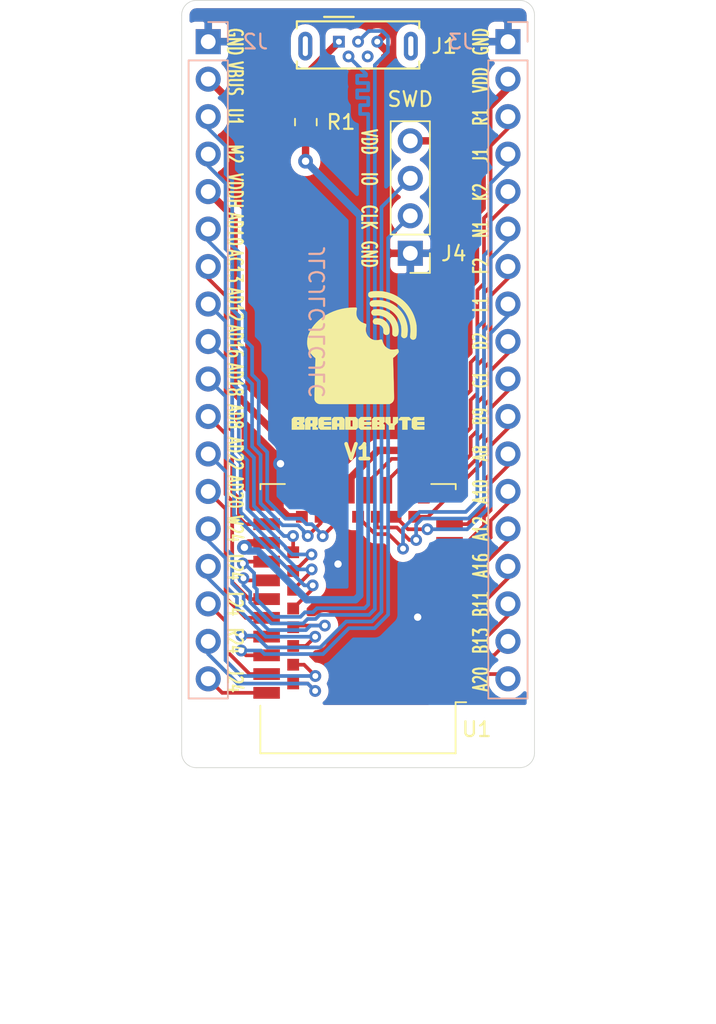
<source format=kicad_pcb>
(kicad_pcb (version 20211014) (generator pcbnew)
  (layers (0 "F.Cu" signal) (31 "B.Cu" signal) (34 "B.Paste" user) (35 "F.Paste" user) (36 "B.SilkS" user "B.Silkscreen") (37 "F.SilkS" user "F.Silkscreen") (38 "B.Mask" user) (39 "F.Mask" user) (44 "Edge.Cuts" user))
  (net 0 "")
  (net 1 "/VBUS")
  (net 2 "/D-")
  (net 3 "/D+")
  (net 4 "Net-(J1-Pad4)")
  (net 5 "GND")
  (net 6 "Net-(J1-Pad6)")
  (net 7 "/J24")
  (net 8 "/R24")
  (net 9 "/L24")
  (net 10 "/U24")
  (net 11 "/W24")
  (net 12 "/AD22")
  (net 13 "/AD20")
  (net 14 "/AD18")
  (net 15 "/AD8")
  (net 16 "/AD16")
  (net 17 "/AD12")
  (net 18 "/AD10")
  (net 19 "/AC13")
  (net 20 "/VDDH")
  (net 21 "/VDD")
  (net 22 "/R1")
  (net 23 "/K2")
  (net 24 "/A20")
  (net 25 "/B13")
  (net 26 "/B11")
  (net 27 "/A16")
  (net 28 "/A12")
  (net 29 "/A10")
  (net 30 "/A8")
  (net 31 "/B9")
  (net 32 "/G1")
  (net 33 "/L1")
  (net 34 "/N1")
  (net 35 "/J1")
  (net 36 "/U1")
  (net 37 "/M2")
  (net 38 "/D2")
  (net 39 "/F2")
  (net 40 "/SWDIO")
  (net 41 "/SWDCLK")
  (net 42 "/VBUS_SAFE")
  (net 43 "Net-(U1-Pad25)")
  (net 44 "Net-(U1-Pad1)")
  (footprint "Resistor_SMD:R_0805_2012Metric" (layer "F.Cu") (at 94.62 110.45 90)
    (fp_text reference "R1")
    (fp_text value "4R7")
  )
  (footprint "breadebyte:E73-2G4M08S1E" (layer "F.Cu") (at 98.16 150)
    (fp_text reference "U1")
    (fp_text value "E73-2G4M08S1E")
  )
  (footprint "breadebyte:USB_Micro-B_HRO_U-D-M5DD-W-1_Vertical" (layer "F.Cu") (at 96.86 105)
    (fp_text reference "J1")
    (fp_text value "USB_B_Micro")
  )
  (footprint "breadebyte:logo" (layer "F.Cu") (at 98.159999 126.6)
    (fp_text reference "Ref**" hide)
    (fp_text value "Val**" hide)
  )
  (footprint "Connector_PinHeader_2.54mm:PinHeader_1x04_P2.54mm_Vertical" (layer "F.Cu") (at 101.7 119.34 180)
    (fp_text reference "J4")
    (fp_text value "SWD")
  )
  (footprint "Connector_PinHeader_2.54mm:PinHeader_1x18_P2.54mm_Vertical" (layer "B.Cu") (at 108.32 105 180)
    (fp_text reference "J3")
    (fp_text value "Conn_Right")
  )
  (footprint "Connector_PinHeader_2.54mm:PinHeader_1x18_P2.54mm_Vertical" (layer "B.Cu") (at 88 105 180)
    (fp_text reference "J2")
    (fp_text value "Conn_Left")
  )
  (gr_line (start 109.12 102.2) (end 87.2 102.2) (layer "Edge.Cuts") (width 0.05))
  (gr_line (start 87.2 154.2) (end 109.12 154.2) (layer "Edge.Cuts") (width 0.05))
  (gr_arc (start 87.2 154.2) (mid 86.492893 153.907107) (end 86.2 153.2) (layer "Edge.Cuts") (width 0.05))
  (gr_line (start 86.2 103.2) (end 86.2 153.2) (layer "Edge.Cuts") (width 0.05))
  (gr_line (start 110.12 153.2) (end 110.12 103.2) (layer "Edge.Cuts") (width 0.05))
  (gr_arc (start 86.2 103.2) (mid 86.492893 102.492893) (end 87.2 102.2) (layer "Edge.Cuts") (width 0.05))
  (gr_arc (start 110.12 153.2) (mid 109.827107 153.907107) (end 109.12 154.2) (layer "Edge.Cuts") (width 0.05))
  (gr_arc (start 109.12 102.2) (mid 109.827107 102.492893) (end 110.12 103.2) (layer "Edge.Cuts") (width 0.05))
  (gr_text "JLCJLCJLCJLC" (at 95.4 124 90) (layer "B.SilkS") (effects (font (size 1 1)) (justify mirror)))
  (gr_text "J24" (at 89.8 148.3 -90) (layer "F.SilkS") (effects (font (size 1 0.6))))
  (gr_text "R24" (at 89.8 145.6 -90) (layer "F.SilkS") (effects (font (size 1 0.6))))
  (gr_text "L24" (at 89.8 143.1 -90) (layer "F.SilkS") (effects (font (size 1 0.6))))
  (gr_text "U24" (at 89.8 140.6 -90) (layer "F.SilkS") (effects (font (size 1 0.6))))
  (gr_text "W24" (at 89.8 138 -90) (layer "F.SilkS") (effects (font (size 1 0.6))))
  (gr_text "AD20" (at 89.8 135.5 -90) (layer "F.SilkS") (effects (font (size 1 0.6))))
  (gr_text "AD22" (at 89.8 132.9 -90) (layer "F.SilkS") (effects (font (size 1 0.6))))
  (gr_text "AD8" (at 89.8 130.4 -90) (layer "F.SilkS") (effects (font (size 1 0.6))))
  (gr_text "AD18" (at 89.8 127.9 -90) (layer "F.SilkS") (effects (font (size 1 0.6))))
  (gr_text "AD16" (at 89.8 125.3 -90) (layer "F.SilkS") (effects (font (size 1 0.6))))
  (gr_text "AD12" (at 89.8 122.8 -90) (layer "F.SilkS") (effects (font (size 1 0.6))))
  (gr_text "AC13" (at 89.8 120.2 -90) (layer "F.SilkS") (effects (font (size 1 0.6))))
  (gr_text "AD10" (at 89.8 117.7 -90) (layer "F.SilkS") (effects (font (size 1 0.6))))
  (gr_text "VDDH" (at 89.8 115.1 -90) (layer "F.SilkS") (effects (font (size 1 0.6))))
  (gr_text "M2" (at 89.8 112.6 -90) (layer "F.SilkS") (effects (font (size 1 0.6))))
  (gr_text "U1" (at 89.8 110.1 -90) (layer "F.SilkS") (effects (font (size 1 0.6))))
  (gr_text "VBUS" (at 89.8 107.5 -90) (layer "F.SilkS") (effects (font (size 1 0.6))))
  (gr_text "GND" (at 89.8 105 -90) (layer "F.SilkS") (effects (font (size 1 0.6))))
  (gr_text "GND" (at 106.5 105 90) (layer "F.SilkS") (effects (font (size 1 0.6))))
  (gr_text "VDD" (at 106.5 107.6 90) (layer "F.SilkS") (effects (font (size 1 0.6))))
  (gr_text "R1" (at 106.5 110.1 90) (layer "F.SilkS") (effects (font (size 1 0.6))))
  (gr_text "J1" (at 106.5 112.7 90) (layer "F.SilkS") (effects (font (size 1 0.6))))
  (gr_text "K2" (at 106.5 115.2 90) (layer "F.SilkS") (effects (font (size 1 0.6))))
  (gr_text "N1" (at 106.5 117.7 90) (layer "F.SilkS") (effects (font (size 1 0.6))))
  (gr_text "F2" (at 106.5 120.2 90) (layer "F.SilkS") (effects (font (size 1 0.6))))
  (gr_text "L1" (at 106.5 122.8 90) (layer "F.SilkS") (effects (font (size 1 0.6))))
  (gr_text "D2" (at 106.5 125.3 90) (layer "F.SilkS") (effects (font (size 1 0.6))))
  (gr_text "G1" (at 106.5 127.9 90) (layer "F.SilkS") (effects (font (size 1 0.6))))
  (gr_text "B9" (at 106.5 130.4 90) (layer "F.SilkS") (effects (font (size 1 0.6))))
  (gr_text "A8" (at 106.5 132.9 90) (layer "F.SilkS") (effects (font (size 1 0.6))))
  (gr_text "A10" (at 106.5 135.5 90) (layer "F.SilkS") (effects (font (size 1 0.6))))
  (gr_text "A12" (at 106.5 138 90) (layer "F.SilkS") (effects (font (size 1 0.6))))
  (gr_text "A16" (at 106.5 140.5 90) (layer "F.SilkS") (effects (font (size 1 0.6))))
  (gr_text "B11" (at 106.5 143.1 90) (layer "F.SilkS") (effects (font (size 1 0.6))))
  (gr_text "B13" (at 106.5 145.6 90) (layer "F.SilkS") (effects (font (size 1 0.6))))
  (gr_text "A20" (at 106.5 148.2 90) (layer "F.SilkS") (effects (font (size 1 0.6))))
  (gr_text "CLK" (at 98.9 116.9 270) (layer "F.SilkS") (effects (font (size 1 0.6))))
  (gr_text "GND" (at 98.9 119.4 270) (layer "F.SilkS") (effects (font (size 1 0.6))))
  (gr_text "VDD" (at 98.9 111.8 270) (layer "F.SilkS") (effects (font (size 1 0.6))))
  (gr_text "IO" (at 98.9 114.3 270) (layer "F.SilkS") (effects (font (size 1 0.6))))
  (gr_text "SWD" (at 101.7 108.9) (layer "F.SilkS") (effects (font (size 1 1))))
  (gr_text "V1" (at 98.16 132.8) (layer "F.SilkS") (effects (font (size 1 1) (thickness 0.25))))
  (segment (start 94.62 109.5375) (end 94.62 107.24) (width 0.5) (layer "F.Cu") (net 1))
  (segment (start 94.62 107.24) (end 96.86 105) (width 0.5) (layer "F.Cu") (net 1))
  (segment (start 91.96 140.237) (end 90.476065 140.237) (width 0.25) (layer "F.Cu") (net 2))
  (segment (start 90.476065 140.237) (end 90.350011 140.363054) (width 0.25) (layer "F.Cu") (net 2))
  (via (at 90.350011 140.363054) (size 0.8) (drill 0.4) (layers "F.Cu" "B.Cu") (net 2))
  (segment (start 95.371786 143.395377) (end 95.096795 143.670368) (width 0.25) (layer "B.Cu") (net 2))
  (segment (start 98.1 107.3) (end 98.7 107.3) (width 0.25) (layer "B.Cu") (net 2))
  (segment (start 98.604623 143.395377) (end 95.371786 143.395377) (width 0.25) (layer "B.Cu") (net 2))
  (segment (start 91.300038 142.805395) (end 91.300038 142.115396) (width 0.25) (layer "B.Cu") (net 2))
  (segment (start 98.1 107.8) (end 98.846729 107.8) (width 0.25) (layer "B.Cu") (net 2))
  (segment (start 94.25222 143.97496) (end 92.469603 143.97496) (width 0.25) (layer "B.Cu") (net 2))
  (segment (start 94.556812 143.670368) (end 94.25222 143.97496) (width 0.25) (layer "B.Cu") (net 2))
  (segment (start 91.112654 141.014346) (end 90.461362 140.363054) (width 0.25) (layer "B.Cu") (net 2))
  (segment (start 98.7 107.19) (end 97.51 106) (width 0.25) (layer "B.Cu") (net 2))
  (segment (start 98.846729 108.3) (end 98.1 108.3) (width 0.25) (layer "B.Cu") (net 2))
  (segment (start 90.461362 140.363054) (end 90.350011 140.363054) (width 0.25) (layer "B.Cu") (net 2))
  (segment (start 91.112654 141.928012) (end 91.112654 141.014346) (width 0.25) (layer "B.Cu") (net 2))
  (segment (start 95.096795 143.670368) (end 94.556812 143.670368) (width 0.25) (layer "B.Cu") (net 2))
  (segment (start 91.300038 142.115396) (end 91.112654 141.928012) (width 0.25) (layer "B.Cu") (net 2))
  (segment (start 98.3 109.9) (end 98.846729 109.9) (width 0.25) (layer "B.Cu") (net 2))
  (segment (start 98.846729 109.3) (end 98.3 109.3) (width 0.25) (layer "B.Cu") (net 2))
  (segment (start 98.1 108.3) (end 98.1 108.8) (width 0.25) (layer "B.Cu") (net 2))
  (segment (start 98.846729 108.8) (end 98.846729 109.3) (width 0.25) (layer "B.Cu") (net 2))
  (segment (start 98.3 109.3) (end 98.3 109.9) (width 0.25) (layer "B.Cu") (net 2))
  (segment (start 98.7 107.3) (end 98.7 107.19) (width 0.25) (layer "B.Cu") (net 2))
  (segment (start 98.846729 143.153271) (end 98.604623 143.395377) (width 0.25) (layer "B.Cu") (net 2))
  (segment (start 98.1 108.8) (end 98.846729 108.8) (width 0.25) (layer "B.Cu") (net 2))
  (segment (start 92.469603 143.97496) (end 91.300038 142.805395) (width 0.25) (layer "B.Cu") (net 2))
  (segment (start 98.846729 107.8) (end 98.846729 108.3) (width 0.25) (layer "B.Cu") (net 2))
  (segment (start 98.1 107.3) (end 98.1 107.8) (width 0.25) (layer "B.Cu") (net 2))
  (segment (start 98.846729 109.9) (end 98.846729 143.153271) (width 0.25) (layer "B.Cu") (net 2))
  (segment (start 90.532306 141.507) (end 90.387653 141.362347) (width 0.25) (layer "F.Cu") (net 3))
  (segment (start 91.96 141.507) (end 90.532306 141.507) (width 0.25) (layer "F.Cu") (net 3))
  (via (at 90.387653 141.362347) (size 0.8) (drill 0.4) (layers "F.Cu" "B.Cu") (net 3))
  (segment (start 92.283203 144.42497) (end 94.43862 144.42497) (width 0.25) (layer "B.Cu") (net 3))
  (segment (start 94.43862 144.42497) (end 94.743212 144.120378) (width 0.25) (layer "B.Cu") (net 3))
  (segment (start 99.296739 143.453261) (end 99.296739 106.586263) (width 0.25) (layer "B.Cu") (net 3))
  (segment (start 90.850028 142.991795) (end 92.283203 144.42497) (width 0.25) (layer "B.Cu") (net 3))
  (segment (start 95.283195 144.120378) (end 95.558186 143.845387) (width 0.25) (layer "B.Cu") (net 3))
  (segment (start 90.387653 141.362347) (end 90.387653 141.839421) (width 0.25) (layer "B.Cu") (net 3))
  (segment (start 90.850028 142.301796) (end 90.850028 142.991795) (width 0.25) (layer "B.Cu") (net 3))
  (segment (start 99.296739 106.586263) (end 100.185001 105.698001) (width 0.25) (layer "B.Cu") (net 3))
  (segment (start 95.558186 143.845387) (end 98.904613 143.845387) (width 0.25) (layer "B.Cu") (net 3))
  (segment (start 94.743212 144.120378) (end 95.283195 144.120378) (width 0.25) (layer "B.Cu") (net 3))
  (segment (start 98.904613 143.845387) (end 99.296739 143.453261) (width 0.25) (layer "B.Cu") (net 3))
  (segment (start 100.185001 104.651999) (end 99.808001 104.274999) (width 0.25) (layer "B.Cu") (net 3))
  (segment (start 100.185001 105.698001) (end 100.185001 104.651999) (width 0.25) (layer "B.Cu") (net 3))
  (segment (start 90.387653 141.839421) (end 90.850028 142.301796) (width 0.25) (layer "B.Cu") (net 3))
  (segment (start 98.885001 104.274999) (end 98.16 105) (width 0.25) (layer "B.Cu") (net 3))
  (segment (start 99.808001 104.274999) (end 98.885001 104.274999) (width 0.25) (layer "B.Cu") (net 3))
  (segment (start 94.35 137.197) (end 93.409998 137.197) (width 0.5) (layer "F.Cu") (net 5))
  (segment (start 93.409998 137.197) (end 92.869999 136.657001) (width 0.5) (layer "F.Cu") (net 5))
  (segment (start 92.869999 136.657001) (end 92.869999 133.630001) (width 0.5) (layer "F.Cu") (net 5))
  (segment (start 92.869999 133.630001) (end 92.9 133.6) (width 0.5) (layer "F.Cu") (net 5))
  (via (at 92.9 133.6) (size 1) (drill 0.5) (layers "F.Cu" "B.Cu") (net 5))
  (via (at 102.2 144) (size 1) (drill 0.5) (layers "F.Cu" "B.Cu") (net 5))
  (via (at 96.8 140.4) (size 1) (drill 0.5) (layers "F.Cu" "B.Cu") (net 5))
  (segment (start 88.947 149.127) (end 88 148.18) (width 0.25) (layer "F.Cu") (net 7))
  (segment (start 91.96 149.127) (end 88.947 149.127) (width 0.25) (layer "F.Cu") (net 7))
  (segment (start 93.76 148.492) (end 94.742 148.492) (width 0.25) (layer "F.Cu") (net 8))
  (segment (start 94.742 148.492) (end 95.25 149) (width 0.25) (layer "F.Cu") (net 8))
  (via (at 95.25 149) (size 0.8) (drill 0.4) (layers "F.Cu" "B.Cu") (net 8))
  (segment (start 88 146.5) (end 88 145.64) (width 0.25) (layer "B.Cu") (net 8))
  (segment (start 95.25 149) (end 94.75 148.5) (width 0.25) (layer "B.Cu") (net 8))
  (segment (start 94.75 148.5) (end 90 148.5) (width 0.25) (layer "B.Cu") (net 8))
  (segment (start 90 148.5) (end 88 146.5) (width 0.25) (layer "B.Cu") (net 8))
  (segment (start 90.81 147.857) (end 89.175001 146.222001) (width 0.25) (layer "F.Cu") (net 9))
  (segment (start 89.175001 144.275001) (end 88 143.1) (width 0.25) (layer "F.Cu") (net 9))
  (segment (start 89.175001 146.222001) (end 89.175001 144.275001) (width 0.25) (layer "F.Cu") (net 9))
  (segment (start 91.96 147.857) (end 90.81 147.857) (width 0.25) (layer "F.Cu") (net 9))
  (segment (start 94.497305 147.222) (end 95.262651 147.987346) (width 0.25) (layer "F.Cu") (net 10))
  (segment (start 94.497305 147.222) (end 93.76 147.222) (width 0.25) (layer "F.Cu") (net 10))
  (via (at 95.262651 147.987346) (size 0.8) (drill 0.4) (layers "F.Cu" "B.Cu") (net 10))
  (segment (start 88 141.360998) (end 88 140.56) (width 0.25) (layer "B.Cu") (net 10))
  (segment (start 90.237346 147.987346) (end 89.175001 146.925001) (width 0.25) (layer "B.Cu") (net 10))
  (segment (start 95.262651 147.987346) (end 90.237346 147.987346) (width 0.25) (layer "B.Cu") (net 10))
  (segment (start 89.175001 142.535999) (end 88 141.360998) (width 0.25) (layer "B.Cu") (net 10))
  (segment (start 89.175001 146.925001) (end 89.175001 142.535999) (width 0.25) (layer "B.Cu") (net 10))
  (segment (start 93.76 145.952) (end 94.62299 145.952) (width 0.25) (layer "F.Cu") (net 11))
  (segment (start 94.62299 145.952) (end 95.25 145.32499) (width 0.25) (layer "F.Cu") (net 11))
  (via (at 95.25 145.32499) (size 0.8) (drill 0.4) (layers "F.Cu" "B.Cu") (net 11))
  (segment (start 91.910403 145.32499) (end 89.95001 143.364597) (width 0.25) (layer "B.Cu") (net 11))
  (segment (start 88 138.820998) (end 88 138.02) (width 0.25) (layer "B.Cu") (net 11))
  (segment (start 89.175001 139.995999) (end 88 138.820998) (width 0.25) (layer "B.Cu") (net 11))
  (segment (start 95.25 145.32499) (end 91.910403 145.32499) (width 0.25) (layer "B.Cu") (net 11))
  (segment (start 89.175001 141.899589) (end 89.175001 139.995999) (width 0.25) (layer "B.Cu") (net 11))
  (segment (start 89.950009 142.674597) (end 89.175001 141.899589) (width 0.25) (layer "B.Cu") (net 11))
  (segment (start 89.95001 143.364597) (end 89.950009 142.674597) (width 0.25) (layer "B.Cu") (net 11))
  (segment (start 93.76 144.682) (end 93.871612 144.570388) (width 0.25) (layer "F.Cu") (net 12))
  (segment (start 93.871612 144.570388) (end 95.906187 144.570388) (width 0.25) (layer "F.Cu") (net 12))
  (via (at 95.906187 144.570388) (size 0.8) (drill 0.4) (layers "F.Cu" "B.Cu") (net 12))
  (segment (start 90.400018 142.488196) (end 89.625011 141.713189) (width 0.25) (layer "B.Cu") (net 12))
  (segment (start 89.25 139.434588) (end 89.25 134.19) (width 0.25) (layer "B.Cu") (net 12))
  (segment (start 95.906187 144.570388) (end 94.929612 144.570388) (width 0.25) (layer "B.Cu") (net 12))
  (segment (start 94.62502 144.87498) (end 92.096803 144.87498) (width 0.25) (layer "B.Cu") (net 12))
  (segment (start 94.929612 144.570388) (end 94.62502 144.87498) (width 0.25) (layer "B.Cu") (net 12))
  (segment (start 89.625011 141.713189) (end 89.62501 139.809598) (width 0.25) (layer "B.Cu") (net 12))
  (segment (start 89.25 134.19) (end 88 132.94) (width 0.25) (layer "B.Cu") (net 12))
  (segment (start 89.62501 139.809598) (end 89.25 139.434588) (width 0.25) (layer "B.Cu") (net 12))
  (segment (start 90.400018 143.178195) (end 90.400018 142.488196) (width 0.25) (layer "B.Cu") (net 12))
  (segment (start 92.096803 144.87498) (end 90.400018 143.178195) (width 0.25) (layer "B.Cu") (net 12))
  (segment (start 90.547 144.047) (end 89.175001 142.675001) (width 0.25) (layer "F.Cu") (net 13))
  (segment (start 91.96 144.047) (end 90.547 144.047) (width 0.25) (layer "F.Cu") (net 13))
  (segment (start 89.175001 142.675001) (end 89.175001 136.655001) (width 0.25) (layer "F.Cu") (net 13))
  (segment (start 89.175001 136.655001) (end 88 135.48) (width 0.25) (layer "F.Cu") (net 13))
  (segment (start 93.76 143.412) (end 95.082286 142.089714) (width 0.25) (layer "F.Cu") (net 14))
  (segment (start 95.082286 142.089714) (end 95.082286 141.845019) (width 0.25) (layer "F.Cu") (net 14))
  (via (at 95.082286 141.845019) (size 0.8) (drill 0.4) (layers "F.Cu" "B.Cu") (net 14))
  (segment (start 94.516601 141.845019) (end 89.75 137.078418) (width 0.25) (layer "B.Cu") (net 14))
  (segment (start 95.082286 141.845019) (end 94.516601 141.845019) (width 0.25) (layer "B.Cu") (net 14))
  (segment (start 89.175001 129.035001) (end 88 127.86) (width 0.25) (layer "B.Cu") (net 14))
  (segment (start 89.175001 133.175001) (end 89.175001 129.035001) (width 0.25) (layer "B.Cu") (net 14))
  (segment (start 89.75 133.75) (end 89.175001 133.175001) (width 0.25) (layer "B.Cu") (net 14))
  (segment (start 89.75 137.078418) (end 89.75 133.75) (width 0.25) (layer "B.Cu") (net 14))
  (segment (start 90.777 142.777) (end 89.625011 141.625011) (width 0.25) (layer "F.Cu") (net 15))
  (segment (start 89.175001 135.675001) (end 89.175001 131.575001) (width 0.25) (layer "F.Cu") (net 15))
  (segment (start 89.625011 141.625011) (end 89.625011 136.125011) (width 0.25) (layer "F.Cu") (net 15))
  (segment (start 89.625011 136.125011) (end 89.175001 135.675001) (width 0.25) (layer "F.Cu") (net 15))
  (segment (start 89.175001 131.575001) (end 88 130.4) (width 0.25) (layer "F.Cu") (net 15))
  (segment (start 91.96 142.777) (end 90.777 142.777) (width 0.25) (layer "F.Cu") (net 15))
  (segment (start 93.76 142.142) (end 95.012653 140.889347) (width 0.25) (layer "F.Cu") (net 16))
  (segment (start 95.012653 140.889347) (end 95.012653 140.762653) (width 0.25) (layer "F.Cu") (net 16))
  (via (at 95.012653 140.762653) (size 0.8) (drill 0.4) (layers "F.Cu" "B.Cu") (net 16))
  (segment (start 89.62501 128.8486) (end 89.175001 128.398591) (width 0.25) (layer "B.Cu") (net 16))
  (segment (start 90.20001 133.5636) (end 89.625011 132.988601) (width 0.25) (layer "B.Cu") (net 16))
  (segment (start 89.175001 128.398591) (end 89.175001 126.495001) (width 0.25) (layer "B.Cu") (net 16))
  (segment (start 90.20001 136.892018) (end 90.20001 133.5636) (width 0.25) (layer "B.Cu") (net 16))
  (segment (start 94.070645 140.762653) (end 90.20001 136.892018) (width 0.25) (layer "B.Cu") (net 16))
  (segment (start 95.012653 140.762653) (end 94.070645 140.762653) (width 0.25) (layer "B.Cu") (net 16))
  (segment (start 89.175001 126.495001) (end 88 125.32) (width 0.25) (layer "B.Cu") (net 16))
  (segment (start 89.625011 132.988601) (end 89.62501 128.8486) (width 0.25) (layer "B.Cu") (net 16))
  (segment (start 93.76 140.872) (end 93.878 140.872) (width 0.25) (layer "F.Cu") (net 17))
  (segment (start 93.878 140.872) (end 95 139.75) (width 0.25) (layer "F.Cu") (net 17))
  (via (at 95 139.75) (size 0.8) (drill 0.4) (layers "F.Cu" "B.Cu") (net 17))
  (segment (start 90.075019 132.802199) (end 90.075019 128.575019) (width 0.25) (layer "B.Cu") (net 17))
  (segment (start 89.175001 123.955001) (end 88 122.78) (width 0.25) (layer "B.Cu") (net 17))
  (segment (start 93.25 139.305598) (end 93.25 139.25) (width 0.25) (layer "B.Cu") (net 17))
  (segment (start 93.694402 139.75) (end 93.25 139.305598) (width 0.25) (layer "B.Cu") (net 17))
  (segment (start 89.625011 128.125011) (end 89.62501 126.3086) (width 0.25) (layer "B.Cu") (net 17))
  (segment (start 90.650019 133.377199) (end 90.075019 132.802199) (width 0.25) (layer "B.Cu") (net 17))
  (segment (start 95 139.75) (end 93.694402 139.75) (width 0.25) (layer "B.Cu") (net 17))
  (segment (start 90.65002 136.65002) (end 90.650019 133.377199) (width 0.25) (layer "B.Cu") (net 17))
  (segment (start 89.175001 125.858591) (end 89.175001 123.955001) (width 0.25) (layer "B.Cu") (net 17))
  (segment (start 93.25 139.25) (end 90.65002 136.65002) (width 0.25) (layer "B.Cu") (net 17))
  (segment (start 90.075019 128.575019) (end 89.625011 128.125011) (width 0.25) (layer "B.Cu") (net 17))
  (segment (start 89.62501 126.3086) (end 89.175001 125.858591) (width 0.25) (layer "B.Cu") (net 17))
  (segment (start 93.76 139.602) (end 93.76 138.51) (width 0.25) (layer "F.Cu") (net 18))
  (segment (start 93.76 138.51) (end 93.75 138.5) (width 0.25) (layer "F.Cu") (net 18))
  (via (at 93.75 138.5) (size 0.8) (drill 0.4) (layers "F.Cu" "B.Cu") (net 18))
  (segment (start 91.100028 133.190798) (end 90.525029 132.615799) (width 0.25) (layer "B.Cu") (net 18))
  (segment (start 93.75 138.5) (end 93.13641 138.5) (width 0.25) (layer "B.Cu") (net 18))
  (segment (start 90.525028 128.388618) (end 90.075019 127.938609) (width 0.25) (layer "B.Cu") (net 18))
  (segment (start 93.13641 138.5) (end 91.100028 136.463618) (width 0.25) (layer "B.Cu") (net 18))
  (segment (start 89.625011 125.625011) (end 89.62501 123.7686) (width 0.25) (layer "B.Cu") (net 18))
  (segment (start 88 118.500998) (end 88 117.7) (width 0.25) (layer "B.Cu") (net 18))
  (segment (start 90.525029 132.615799) (end 90.525028 128.388618) (width 0.25) (layer "B.Cu") (net 18))
  (segment (start 89.175001 123.318591) (end 89.175001 119.675999) (width 0.25) (layer "B.Cu") (net 18))
  (segment (start 90.075019 126.075019) (end 89.625011 125.625011) (width 0.25) (layer "B.Cu") (net 18))
  (segment (start 89.175001 119.675999) (end 88 118.500998) (width 0.25) (layer "B.Cu") (net 18))
  (segment (start 89.62501 123.7686) (end 89.175001 123.318591) (width 0.25) (layer "B.Cu") (net 18))
  (segment (start 90.075019 127.938609) (end 90.075019 126.075019) (width 0.25) (layer "B.Cu") (net 18))
  (segment (start 91.100028 136.463618) (end 91.100028 133.190798) (width 0.25) (layer "B.Cu") (net 18))
  (segment (start 88 121.040998) (end 88 120.24) (width 0.25) (layer "F.Cu") (net 19))
  (segment (start 89.625011 135.488601) (end 89.625011 131.375011) (width 0.25) (layer "F.Cu") (net 19))
  (segment (start 89.625011 131.375011) (end 89.175001 130.925001) (width 0.25) (layer "F.Cu") (net 19))
  (segment (start 89.175001 122.215999) (end 88 121.040998) (width 0.25) (layer "F.Cu") (net 19))
  (segment (start 89.175001 130.925001) (end 89.175001 122.215999) (width 0.25) (layer "F.Cu") (net 19))
  (segment (start 90.522021 137.697) (end 90.075021 137.25) (width 0.25) (layer "F.Cu") (net 19))
  (segment (start 91.96 137.697) (end 90.522021 137.697) (width 0.25) (layer "F.Cu") (net 19))
  (segment (start 90.075021 137.25) (end 90.07502 135.93861) (width 0.25) (layer "F.Cu") (net 19))
  (segment (start 90.07502 135.93861) (end 89.625011 135.488601) (width 0.25) (layer "F.Cu") (net 19))
  (segment (start 94.99 135.397) (end 94.99 133.997) (width 0.5) (layer "F.Cu") (net 20))
  (segment (start 94.99 133.997) (end 89.750011 128.757011) (width 0.5) (layer "F.Cu") (net 20))
  (segment (start 89.750011 116.910011) (end 88 115.16) (width 0.5) (layer "F.Cu") (net 20))
  (segment (start 89.750011 123.049989) (end 89.750011 116.910011) (width 0.5) (layer "F.Cu") (net 20))
  (segment (start 89.750011 128.757011) (end 89.750011 123.049989) (width 0.5) (layer "F.Cu") (net 20))
  (segment (start 107.019999 109.455999) (end 108.32 108.155998) (width 0.5) (layer "F.Cu") (net 21))
  (segment (start 105.669973 121.605019) (end 106.11998 121.155012) (width 0.5) (layer "F.Cu") (net 21))
  (segment (start 104.319946 131.205818) (end 104.769953 130.755811) (width 0.5) (layer "F.Cu") (net 21))
  (segment (start 108.32 108.155998) (end 108.32 107.54) (width 0.5) (layer "F.Cu") (net 21))
  (segment (start 105.219963 126.494031) (end 105.669971 126.044023) (width 0.5) (layer "F.Cu") (net 21))
  (segment (start 106.472166 111.72) (end 106.569989 111.817823) (width 0.5) (layer "F.Cu") (net 21))
  (segment (start 105.219961 128.402211) (end 105.219963 126.494031) (width 0.5) (layer "F.Cu") (net 21))
  (segment (start 104.769955 128.852217) (end 105.219961 128.402211) (width 0.5) (layer "F.Cu") (net 21))
  (segment (start 101.7 111.72) (end 106.472166 111.72) (width 0.5) (layer "F.Cu") (net 21))
  (segment (start 106.119982 116.71142) (end 106.569989 116.261413) (width 0.5) (layer "F.Cu") (net 21))
  (segment (start 97.53 135.397) (end 97.53 134.67) (width 0.5) (layer "F.Cu") (net 21))
  (segment (start 97.53 134.67) (end 99.503031 132.696969) (width 0.5) (layer "F.Cu") (net 21))
  (segment (start 104.017025 132.696969) (end 104.319944 132.39405) (width 0.5) (layer "F.Cu") (net 21))
  (segment (start 106.569989 111.817823) (end 107.019999 111.367813) (width 0.5) (layer "F.Cu") (net 21))
  (segment (start 99.503031 132.696969) (end 104.017025 132.696969) (width 0.5) (layer "F.Cu") (net 21))
  (segment (start 106.569989 116.261413) (end 106.569989 111.817823) (width 0.5) (layer "F.Cu") (net 21))
  (segment (start 106.11998 121.155012) (end 106.119982 116.71142) (width 0.5) (layer "F.Cu") (net 21))
  (segment (start 107.019999 111.367813) (end 107.019999 109.455999) (width 0.5) (layer "F.Cu") (net 21))
  (segment (start 105.669971 126.044023) (end 105.669973 121.605019) (width 0.5) (layer "F.Cu") (net 21))
  (segment (start 104.769953 130.755811) (end 104.769955 128.852217) (width 0.5) (layer "F.Cu") (net 21))
  (segment (start 104.319944 132.39405) (end 104.319946 131.205818) (width 0.5) (layer "F.Cu") (net 21))
  (segment (start 104.255201 133.271979) (end 104.894953 132.632227) (width 0.25) (layer "F.Cu") (net 22))
  (segment (start 105.79497 128.640388) (end 105.794971 126.732209) (width 0.25) (layer "F.Cu") (net 22))
  (segment (start 104.894953 132.632227) (end 104.894954 131.443996) (width 0.25) (layer "F.Cu") (net 22))
  (segment (start 105.344962 130.993988) (end 105.344963 129.090395) (width 0.25) (layer "F.Cu") (net 22))
  (segment (start 106.244981 121.843197) (end 106.694989 121.393189) (width 0.25) (layer "F.Cu") (net 22))
  (segment (start 105.794971 126.732209) (end 106.24498 126.2822) (width 0.25) (layer "F.Cu") (net 22))
  (segment (start 98.8 134.9) (end 100.428021 133.271979) (width 0.25) (layer "F.Cu") (net 22))
  (segment (start 106.694989 121.393189) (end 106.69499 116.949598) (width 0.25) (layer "F.Cu") (net 22))
  (segment (start 98.8 135.397) (end 98.8 134.9) (width 0.25) (layer "F.Cu") (net 22))
  (segment (start 100.428021 133.271979) (end 104.255201 133.271979) (width 0.25) (layer "F.Cu") (net 22))
  (segment (start 106.69499 116.949598) (end 107.144999 116.499589) (width 0.25) (layer "F.Cu") (net 22))
  (segment (start 104.894954 131.443996) (end 105.344962 130.993988) (width 0.25) (layer "F.Cu") (net 22))
  (segment (start 107.144999 112.055999) (end 108.32 110.880998) (width 0.25) (layer "F.Cu") (net 22))
  (segment (start 105.344963 129.090395) (end 105.79497 128.640388) (width 0.25) (layer "F.Cu") (net 22))
  (segment (start 106.24498 126.2822) (end 106.244981 121.843197) (width 0.25) (layer "F.Cu") (net 22))
  (segment (start 107.144999 116.499589) (end 107.144999 112.055999) (width 0.25) (layer "F.Cu") (net 22))
  (segment (start 108.32 110.880998) (end 108.32 110.08) (width 0.25) (layer "F.Cu") (net 22))
  (segment (start 104.441601 133.721989) (end 105.344962 132.818628) (width 0.25) (layer "F.Cu") (net 23))
  (segment (start 100.07 135.397) (end 100.07 134.83) (width 0.25) (layer "F.Cu") (net 23))
  (segment (start 105.344963 131.630397) (end 105.794971 131.180389) (width 0.25) (layer "F.Cu") (net 23))
  (segment (start 106.694989 126.468601) (end 106.69499 122.029598) (width 0.25) (layer "F.Cu") (net 23))
  (segment (start 105.344962 132.818628) (end 105.344963 131.630397) (width 0.25) (layer "F.Cu") (net 23))
  (segment (start 108.32 115.960998) (end 108.32 115.16) (width 0.25) (layer "F.Cu") (net 23))
  (segment (start 100.07 134.83) (end 101.178011 133.721989) (width 0.25) (layer "F.Cu") (net 23))
  (segment (start 106.244979 128.826789) (end 106.24498 126.91861) (width 0.25) (layer "F.Cu") (net 23))
  (segment (start 107.144999 121.579589) (end 107.144999 117.135999) (width 0.25) (layer "F.Cu") (net 23))
  (segment (start 105.794972 129.276796) (end 106.244979 128.826789) (width 0.25) (layer "F.Cu") (net 23))
  (segment (start 101.178011 133.721989) (end 104.441601 133.721989) (width 0.25) (layer "F.Cu") (net 23))
  (segment (start 106.24498 126.91861) (end 106.694989 126.468601) (width 0.25) (layer "F.Cu") (net 23))
  (segment (start 107.144999 117.135999) (end 108.32 115.960998) (width 0.25) (layer "F.Cu") (net 23))
  (segment (start 106.69499 122.029598) (end 107.144999 121.579589) (width 0.25) (layer "F.Cu") (net 23))
  (segment (start 105.794971 131.180389) (end 105.794972 129.276796) (width 0.25) (layer "F.Cu") (net 23))
  (segment (start 104.36 147.857) (end 107.997 147.857) (width 0.25) (layer "F.Cu") (net 24))
  (segment (start 107.997 147.857) (end 108.32 148.18) (width 0.25) (layer "F.Cu") (net 24))
  (segment (start 107.373 146.587) (end 108.32 145.64) (width 0.25) (layer "F.Cu") (net 25))
  (segment (start 104.36 146.587) (end 107.373 146.587) (width 0.25) (layer "F.Cu") (net 25))
  (segment (start 106.903998 145.317) (end 108.32 143.900998) (width 0.25) (layer "F.Cu") (net 26))
  (segment (start 104.36 145.317) (end 106.903998 145.317) (width 0.25) (layer "F.Cu") (net 26))
  (segment (start 108.32 143.900998) (end 108.32 143.1) (width 0.25) (layer "F.Cu") (net 26))
  (segment (start 106.903998 142.777) (end 108.32 141.360998) (width 0.25) (layer "F.Cu") (net 27))
  (segment (start 104.36 142.777) (end 106.903998 142.777) (width 0.25) (layer "F.Cu") (net 27))
  (segment (start 108.32 141.360998) (end 108.32 140.56) (width 0.25) (layer "F.Cu") (net 27))
  (segment (start 104.36 141.507) (end 105.633998 141.507) (width 0.25) (layer "F.Cu") (net 28))
  (segment (start 108.32 138.820998) (end 108.32 138.02) (width 0.25) (layer "F.Cu") (net 28))
  (segment (start 105.633998 141.507) (end 108.32 138.820998) (width 0.25) (layer "F.Cu") (net 28))
  (segment (start 108.32 136.280998) (end 108.32 135.48) (width 0.25) (layer "F.Cu") (net 29))
  (segment (start 105.51 140.237) (end 107.153999 138.593001) (width 0.25) (layer "F.Cu") (net 29))
  (segment (start 107.144999 138.584001) (end 107.144999 137.455999) (width 0.25) (layer "F.Cu") (net 29))
  (segment (start 104.36 140.237) (end 105.51 140.237) (width 0.25) (layer "F.Cu") (net 29))
  (segment (start 107.144999 137.455999) (end 108.32 136.280998) (width 0.25) (layer "F.Cu") (net 29))
  (segment (start 107.153999 138.593001) (end 107.144999 138.584001) (width 0.25) (layer "F.Cu") (net 29))
  (segment (start 106.694989 137.782011) (end 106.694989 137.205011) (width 0.25) (layer "F.Cu") (net 30))
  (segment (start 107.144999 136.755001) (end 107.144999 134.915999) (width 0.25) (layer "F.Cu") (net 30))
  (segment (start 105.51 138.967) (end 106.694989 137.782011) (width 0.25) (layer "F.Cu") (net 30))
  (segment (start 108.32 133.740998) (end 108.32 132.94) (width 0.25) (layer "F.Cu") (net 30))
  (segment (start 104.36 138.967) (end 105.51 138.967) (width 0.25) (layer "F.Cu") (net 30))
  (segment (start 107.144999 134.915999) (end 108.32 133.740998) (width 0.25) (layer "F.Cu") (net 30))
  (segment (start 106.694989 137.205011) (end 107.144999 136.755001) (width 0.25) (layer "F.Cu") (net 30))
  (segment (start 104.36 137.697) (end 105.56659 137.697) (width 0.25) (layer "F.Cu") (net 31))
  (segment (start 107.144999 132.375999) (end 108.32 131.200998) (width 0.25) (layer "F.Cu") (net 31))
  (segment (start 106.694989 136.568601) (end 106.69499 134.729598) (width 0.25) (layer "F.Cu") (net 31))
  (segment (start 106.69499 134.729598) (end 107.144999 134.279589) (width 0.25) (layer "F.Cu") (net 31))
  (segment (start 107.144999 134.279589) (end 107.144999 132.375999) (width 0.25) (layer "F.Cu") (net 31))
  (segment (start 105.56659 137.697) (end 106.694989 136.568601) (width 0.25) (layer "F.Cu") (net 31))
  (segment (start 108.32 131.200998) (end 108.32 130.4) (width 0.25) (layer "F.Cu") (net 31))
  (segment (start 101.97 137.197) (end 102.903 137.197) (width 0.25) (layer "F.Cu") (net 32))
  (segment (start 107.144999 129.835999) (end 108.32 128.660998) (width 0.25) (layer "F.Cu") (net 32))
  (segment (start 102.903 137.197) (end 106.694989 133.405011) (width 0.25) (layer "F.Cu") (net 32))
  (segment (start 108.32 128.660998) (end 108.32 127.86) (width 0.25) (layer "F.Cu") (net 32))
  (segment (start 107.144999 131.739589) (end 107.144999 129.835999) (width 0.25) (layer "F.Cu") (net 32))
  (segment (start 106.694989 133.405011) (end 106.69499 132.189598) (width 0.25) (layer "F.Cu") (net 32))
  (segment (start 106.69499 132.189598) (end 107.144999 131.739589) (width 0.25) (layer "F.Cu") (net 32))
  (segment (start 101.545681 138.042681) (end 102.859998 138.042681) (width 0.25) (layer "F.Cu") (net 33))
  (segment (start 100.7 137.197) (end 101.545681 138.042681) (width 0.25) (layer "F.Cu") (net 33))
  (via (at 102.859998 138.042681) (size 0.8) (drill 0.4) (layers "F.Cu" "B.Cu") (net 33))
  (segment (start 105.557319 138.042681) (end 107.144999 136.455001) (width 0.25) (layer "B.Cu") (net 33))
  (segment (start 102.859998 138.042681) (end 105.557319 138.042681) (width 0.25) (layer "B.Cu") (net 33))
  (segment (start 107.144999 136.455001) (end 107.144999 124.755999) (width 0.25) (layer "B.Cu") (net 33))
  (segment (start 107.144999 124.755999) (end 108.32 123.580998) (width 0.25) (layer "B.Cu") (net 33))
  (segment (start 108.32 123.580998) (end 108.32 122.78) (width 0.25) (layer "B.Cu") (net 33))
  (segment (start 99.505001 137.922001) (end 100.788591 137.922001) (width 0.25) (layer "F.Cu") (net 34))
  (segment (start 100.788591 137.922001) (end 101.634271 138.767681) (width 0.25) (layer "F.Cu") (net 34))
  (segment (start 99.43 137.197) (end 99.43 137.847) (width 0.25) (layer "F.Cu") (net 34))
  (segment (start 99.43 137.847) (end 99.505001 137.922001) (width 0.25) (layer "F.Cu") (net 34))
  (segment (start 101.634271 138.767681) (end 102.095959 138.767681) (width 0.25) (layer "F.Cu") (net 34))
  (via (at 102.095959 138.767681) (size 0.8) (drill 0.4) (layers "F.Cu" "B.Cu") (net 34))
  (segment (start 107.144999 124.119589) (end 107.144999 119.675999) (width 0.25) (layer "B.Cu") (net 34))
  (segment (start 106.694989 136.268601) (end 106.69499 124.569598) (width 0.25) (layer "B.Cu") (net 34))
  (segment (start 102.095959 137.733718) (end 102.511997 137.31768) (width 0.25) (layer "B.Cu") (net 34))
  (segment (start 102.095959 138.767681) (end 102.095959 137.733718) (width 0.25) (layer "B.Cu") (net 34))
  (segment (start 107.144999 119.675999) (end 108.32 118.500998) (width 0.25) (layer "B.Cu") (net 34))
  (segment (start 106.69499 124.569598) (end 107.144999 124.119589) (width 0.25) (layer "B.Cu") (net 34))
  (segment (start 102.511997 137.31768) (end 105.64591 137.31768) (width 0.25) (layer "B.Cu") (net 34))
  (segment (start 108.32 118.500998) (end 108.32 117.7) (width 0.25) (layer "B.Cu") (net 34))
  (segment (start 105.64591 137.31768) (end 106.694989 136.268601) (width 0.25) (layer "B.Cu") (net 34))
  (segment (start 99.318601 138.372011) (end 100.225722 138.372011) (width 0.25) (layer "F.Cu") (net 35))
  (segment (start 98.16 137.197) (end 98.16 137.21341) (width 0.25) (layer "F.Cu") (net 35))
  (segment (start 100.225722 138.372011) (end 101.207403 139.353692) (width 0.25) (layer "F.Cu") (net 35))
  (segment (start 98.16 137.21341) (end 99.318601 138.372011) (width 0.25) (layer "F.Cu") (net 35))
  (via (at 101.207403 139.353692) (size 0.8) (drill 0.4) (layers "F.Cu" "B.Cu") (net 35))
  (segment (start 106.24498 136.0822) (end 106.244981 124.383197) (width 0.25) (layer "B.Cu") (net 35))
  (segment (start 107.144999 114.595999) (end 108.32 113.420998) (width 0.25) (layer "B.Cu") (net 35))
  (segment (start 106.69499 119.489598) (end 107.144999 119.039589) (width 0.25) (layer "B.Cu") (net 35))
  (segment (start 105.45951 136.86767) (end 106.24498 136.0822) (width 0.25) (layer "B.Cu") (net 35))
  (segment (start 101.207403 139.353692) (end 101.207403 137.985864) (width 0.25) (layer "B.Cu") (net 35))
  (segment (start 107.144999 119.039589) (end 107.144999 114.595999) (width 0.25) (layer "B.Cu") (net 35))
  (segment (start 106.244981 124.383197) (end 106.694989 123.933189) (width 0.25) (layer "B.Cu") (net 35))
  (segment (start 102.325597 136.86767) (end 105.45951 136.86767) (width 0.25) (layer "B.Cu") (net 35))
  (segment (start 106.694989 123.933189) (end 106.69499 119.489598) (width 0.25) (layer "B.Cu") (net 35))
  (segment (start 108.32 113.420998) (end 108.32 112.62) (width 0.25) (layer "B.Cu") (net 35))
  (segment (start 101.207403 137.985864) (end 102.325597 136.86767) (width 0.25) (layer "B.Cu") (net 35))
  (segment (start 96.89 137.197) (end 96.89 137.385306) (width 0.25) (layer "F.Cu") (net 36))
  (segment (start 96.89 137.385306) (end 95.762653 138.512653) (width 0.25) (layer "F.Cu") (net 36))
  (via (at 95.762653 138.512653) (size 0.8) (drill 0.4) (layers "F.Cu" "B.Cu") (net 36))
  (segment (start 89.175001 112.055999) (end 88 110.880998) (width 0.25) (layer "B.Cu") (net 36))
  (segment (start 89.625011 118.825011) (end 89.62501 114.409598) (width 0.25) (layer "B.Cu") (net 36))
  (segment (start 89.62501 114.409598) (end 89.175001 113.959589) (width 0.25) (layer "B.Cu") (net 36))
  (segment (start 90.075019 119.275019) (end 89.625011 118.825011) (width 0.25) (layer "B.Cu") (net 36))
  (segment (start 93.234219 137.324989) (end 92.000046 136.090816) (width 0.25) (layer "B.Cu") (net 36))
  (segment (start 90.525028 123.395798) (end 90.075019 122.945789) (width 0.25) (layer "B.Cu") (net 36))
  (segment (start 95.762653 138.512653) (end 95.762653 138.310558) (width 0.25) (layer "B.Cu") (net 36))
  (segment (start 90.975037 127.565807) (end 90.975037 125.702217) (width 0.25) (layer "B.Cu") (net 36))
  (segment (start 89.175001 113.959589) (end 89.175001 112.055999) (width 0.25) (layer "B.Cu") (net 36))
  (segment (start 91.425046 128.015816) (end 90.975037 127.565807) (width 0.25) (layer "B.Cu") (net 36))
  (segment (start 91.425047 132.242997) (end 91.425046 128.015816) (width 0.25) (layer "B.Cu") (net 36))
  (segment (start 92.000046 136.090816) (end 92.000046 132.817996) (width 0.25) (layer "B.Cu") (net 36))
  (segment (start 90.075019 122.945789) (end 90.075019 119.275019) (width 0.25) (layer "B.Cu") (net 36))
  (segment (start 95.762653 138.512653) (end 95.762653 138.439651) (width 0.25) (layer "B.Cu") (net 36))
  (segment (start 92.000046 132.817996) (end 91.425047 132.242997) (width 0.25) (layer "B.Cu") (net 36))
  (segment (start 95.762653 138.439651) (end 95.023002 137.7) (width 0.25) (layer "B.Cu") (net 36))
  (segment (start 88 110.880998) (end 88 110.08) (width 0.25) (layer "B.Cu") (net 36))
  (segment (start 94.659412 137.7) (end 94.284401 137.324989) (width 0.25) (layer "B.Cu") (net 36))
  (segment (start 90.975037 125.702217) (end 90.525029 125.252209) (width 0.25) (layer "B.Cu") (net 36))
  (segment (start 94.284401 137.324989) (end 93.234219 137.324989) (width 0.25) (layer "B.Cu") (net 36))
  (segment (start 95.023002 137.7) (end 94.659412 137.7) (width 0.25) (layer "B.Cu") (net 36))
  (segment (start 90.525029 125.252209) (end 90.525028 123.395798) (width 0.25) (layer "B.Cu") (net 36))
  (segment (start 95.62 137.197) (end 95.62 137.63) (width 0.25) (layer "F.Cu") (net 37))
  (segment (start 95.62 137.63) (end 94.75 138.5) (width 0.25) (layer "F.Cu") (net 37))
  (via (at 94.75 138.5) (size 0.8) (drill 0.4) (layers "F.Cu" "B.Cu") (net 37))
  (segment (start 90.075019 125.438609) (end 90.075019 123.582199) (width 0.25) (layer "B.Cu") (net 37))
  (segment (start 94.475001 138.275001) (end 94.475001 138.151999) (width 0.25) (layer "B.Cu") (net 37))
  (segment (start 90.525028 125.888618) (end 90.075019 125.438609) (width 0.25) (layer "B.Cu") (net 37))
  (segment (start 91.550038 136.277218) (end 91.550037 133.004397) (width 0.25) (layer "B.Cu") (net 37))
  (segment (start 88 113.420998) (end 88 112.62) (width 0.25) (layer "B.Cu") (net 37))
  (segment (start 90.975037 132.429397) (end 90.975037 128.202217) (width 0.25) (layer "B.Cu") (net 37))
  (segment (start 94.475001 138.151999) (end 94.098001 137.774999) (width 0.25) (layer "B.Cu") (net 37))
  (segment (start 89.625011 123.132191) (end 89.62501 119.489598) (width 0.25) (layer "B.Cu") (net 37))
  (segment (start 93.047819 137.774999) (end 91.550038 136.277218) (width 0.25) (layer "B.Cu") (net 37))
  (segment (start 94.7 138.5) (end 94.475001 138.275001) (width 0.25) (layer "B.Cu") (net 37))
  (segment (start 90.075019 123.582199) (end 89.625011 123.132191) (width 0.25) (layer "B.Cu") (net 37))
  (segment (start 90.975037 128.202217) (end 90.525029 127.752209) (width 0.25) (layer "B.Cu") (net 37))
  (segment (start 90.525029 127.752209) (end 90.525028 125.888618) (width 0.25) (layer "B.Cu") (net 37))
  (segment (start 89.62501 119.489598) (end 89.175001 119.039589) (width 0.25) (layer "B.Cu") (net 37))
  (segment (start 94.098001 137.774999) (end 93.047819 137.774999) (width 0.25) (layer "B.Cu") (net 37))
  (segment (start 89.175001 119.039589) (end 89.175001 114.595999) (width 0.25) (layer "B.Cu") (net 37))
  (segment (start 94.75 138.5) (end 94.7 138.5) (width 0.25) (layer "B.Cu") (net 37))
  (segment (start 89.175001 114.595999) (end 88 113.420998) (width 0.25) (layer "B.Cu") (net 37))
  (segment (start 91.550037 133.004397) (end 90.975037 132.429397) (width 0.25) (layer "B.Cu") (net 37))
  (segment (start 107.144999 127.295999) (end 108.32 126.120998) (width 0.25) (layer "F.Cu") (net 38))
  (segment (start 106.24498 133.21861) (end 106.244981 132.003197) (width 0.25) (layer "F.Cu") (net 38))
  (segment (start 106.69499 129.649598) (end 107.144999 129.199589) (width 0.25) (layer "F.Cu") (net 38))
  (segment (start 108.32 126.120998) (end 108.32 125.32) (width 0.25) (layer "F.Cu") (net 38))
  (segment (start 107.144999 129.199589) (end 107.144999 127.295999) (width 0.25) (layer "F.Cu") (net 38))
  (segment (start 102.61 135.397) (end 104.06659 135.397) (width 0.25) (layer "F.Cu") (net 38))
  (segment (start 106.244981 132.003197) (end 106.694989 131.553189) (width 0.25) (layer "F.Cu") (net 38))
  (segment (start 106.694989 131.553189) (end 106.69499 129.649598) (width 0.25) (layer "F.Cu") (net 38))
  (segment (start 104.06659 135.397) (end 106.24498 133.21861) (width 0.25) (layer "F.Cu") (net 38))
  (segment (start 106.24498 131.36679) (end 106.244981 129.463197) (width 0.25) (layer "F.Cu") (net 39))
  (segment (start 101.34 135.397) (end 101.34 134.781998) (width 0.25) (layer "F.Cu") (net 39))
  (segment (start 104.628001 134.171999) (end 105.794971 133.005029) (width 0.25) (layer "F.Cu") (net 39))
  (segment (start 106.244981 129.463197) (end 106.694989 129.013189) (width 0.25) (layer "F.Cu") (net 39))
  (segment (start 106.694989 129.013189) (end 106.694989 127.105011) (width 0.25) (layer "F.Cu") (net 39))
  (segment (start 101.34 134.781998) (end 101.949999 134.171999) (width 0.25) (layer "F.Cu") (net 39))
  (segment (start 107.144999 126.655001) (end 107.144999 122.215999) (width 0.25) (layer "F.Cu") (net 39))
  (segment (start 101.949999 134.171999) (end 104.628001 134.171999) (width 0.25) (layer "F.Cu") (net 39))
  (segment (start 105.794971 133.005029) (end 105.794972 131.816798) (width 0.25) (layer "F.Cu") (net 39))
  (segment (start 105.794972 131.816798) (end 106.24498 131.36679) (width 0.25) (layer "F.Cu") (net 39))
  (segment (start 107.144999 122.215999) (end 108.32 121.040998) (width 0.25) (layer "F.Cu") (net 39))
  (segment (start 108.32 121.040998) (end 108.32 120.24) (width 0.25) (layer "F.Cu") (net 39))
  (segment (start 106.694989 127.105011) (end 107.144999 126.655001) (width 0.25) (layer "F.Cu") (net 39))
  (segment (start 91.96 145.317) (end 90.317 145.317) (width 0.25) (layer "F.Cu") (net 40))
  (segment (start 90.317 145.317) (end 90.25 145.25) (width 0.25) (layer "F.Cu") (net 40))
  (via (at 90.25 145.25) (size 0.8) (drill 0.4) (layers "F.Cu" "B.Cu") (net 40))
  (segment (start 91.998994 146.049991) (end 95.598001 146.049991) (width 0.25) (layer "B.Cu") (net 40))
  (segment (start 97.352595 144.295397) (end 99.091014 144.295396) (width 0.25) (layer "B.Cu") (net 40))
  (segment (start 90.25 145.25) (end 91.199003 145.25) (width 0.25) (layer "B.Cu") (net 40))
  (segment (start 99.746749 116.213251) (end 101.7 114.26) (width 0.25) (layer "B.Cu") (net 40))
  (segment (start 99.091014 144.295396) (end 99.746749 143.639661) (width 0.25) (layer "B.Cu") (net 40))
  (segment (start 91.199003 145.25) (end 91.998994 146.049991) (width 0.25) (layer "B.Cu") (net 40))
  (segment (start 99.746749 143.639661) (end 99.746749 116.213251) (width 0.25) (layer "B.Cu") (net 40))
  (segment (start 95.598001 146.049991) (end 97.352595 144.295397) (width 0.25) (layer "B.Cu") (net 40))
  (segment (start 90.565306 146.587) (end 90.239153 146.260847) (width 0.25) (layer "F.Cu") (net 41))
  (segment (start 91.96 146.587) (end 90.565306 146.587) (width 0.25) (layer "F.Cu") (net 41))
  (via (at 90.239153 146.260847) (size 0.8) (drill 0.4) (layers "F.Cu" "B.Cu") (net 41))
  (segment (start 100.196759 143.826061) (end 100.196759 118.303241) (width 0.25) (layer "B.Cu") (net 41))
  (segment (start 100.196759 118.303241) (end 101.7 116.8) (width 0.25) (layer "B.Cu") (net 41))
  (segment (start 90.239153 146.260847) (end 91.57344 146.260847) (width 0.25) (layer "B.Cu") (net 41))
  (segment (start 97.538997 144.745405) (end 99.277415 144.745405) (width 0.25) (layer "B.Cu") (net 41))
  (segment (start 95.784402 146.5) (end 97.538997 144.745405) (width 0.25) (layer "B.Cu") (net 41))
  (segment (start 99.277415 144.745405) (end 100.196759 143.826061) (width 0.25) (layer "B.Cu") (net 41))
  (segment (start 91.57344 146.260847) (end 91.812594 146.500001) (width 0.25) (layer "B.Cu") (net 41))
  (segment (start 91.812594 146.500001) (end 95.784402 146.5) (width 0.25) (layer "B.Cu") (net 41))
  (segment (start 90.754605 138.967) (end 90.453659 139.267946) (width 0.5) (layer "F.Cu") (net 42))
  (segment (start 94.62 111.3625) (end 91.8225 111.3625) (width 0.5) (layer "F.Cu") (net 42))
  (segment (start 94.6 113.1) (end 94.6 111.3825) (width 0.5) (layer "F.Cu") (net 42))
  (segment (start 91.8225 111.3625) (end 88 107.54) (width 0.5) (layer "F.Cu") (net 42))
  (segment (start 94.6 111.3825) (end 94.62 111.3625) (width 0.5) (layer "F.Cu") (net 42))
  (segment (start 91.96 138.967) (end 90.754605 138.967) (width 0.5) (layer "F.Cu") (net 42))
  (via (at 90.453659 139.267946) (size 1) (drill 0.5) (layers "F.Cu" "B.Cu") (net 42))
  (via (at 94.6 113.1) (size 1) (drill 0.5) (layers "F.Cu" "B.Cu") (net 42))
  (segment (start 98.271719 142.528281) (end 98.271719 122.851719) (width 0.5) (layer "B.Cu") (net 42))
  (segment (start 91.371449 139.513053) (end 94.678763 142.820367) (width 0.5) (layer "B.Cu") (net 42))
  (segment (start 98.271719 116.771719) (end 94.6 113.1) (width 0.5) (layer "B.Cu") (net 42))
  (segment (start 97.979633 142.820367) (end 98.271719 142.528281) (width 0.5) (layer "B.Cu") (net 42))
  (segment (start 90.453659 139.267946) (end 90.698766 139.513053) (width 0.5) (layer "B.Cu") (net 42))
  (segment (start 98.271719 122.851719) (end 98.271719 116.771719) (width 0.5) (layer "B.Cu") (net 42))
  (segment (start 90.698766 139.513053) (end 91.371449 139.513053) (width 0.5) (layer "B.Cu") (net 42))
  (segment (start 94.678763 142.820367) (end 97.979633 142.820367) (width 0.5) (layer "B.Cu") (net 42))
  (zone (net 5) (net_name "GND") (layer "F.Cu") (connect_pads (clearance 0.508)) (min_thickness 0.254) (fill yes (thermal_gap 0.508) (thermal_bridge_width 0.508))
    (polygon (pts (xy 110.12 149.95) (xy 86.2 149.95) (xy 86.2 102.2) (xy 110.12 102.2)))
  )
  (zone (net 5) (net_name "GND") (layer "B.Cu") (connect_pads (clearance 0.508)) (min_thickness 0.254) (fill yes (thermal_gap 0.508) (thermal_bridge_width 0.508))
    (polygon (pts (xy 110.12 149.95) (xy 86.2 149.95) (xy 86.2 102.2) (xy 110.12 102.2)))
  )
)
</source>
